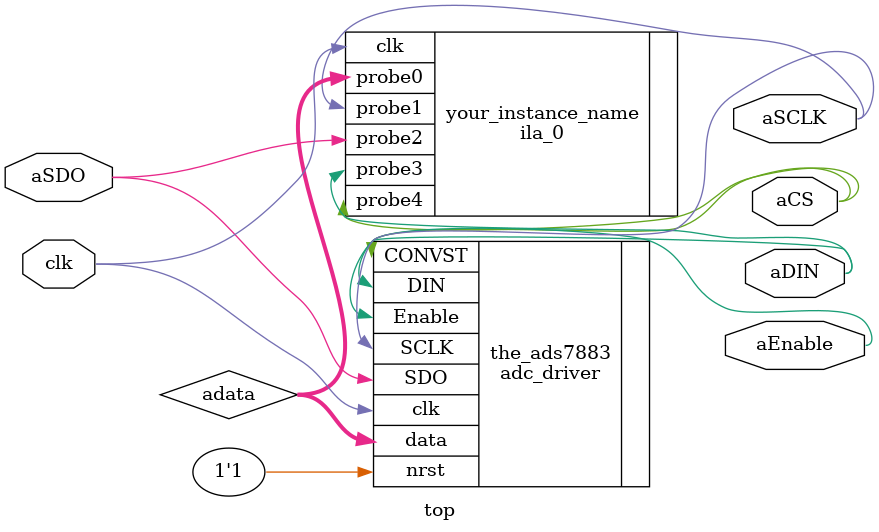
<source format=v>
`timescale 1ns / 1ps

module top(
	input clk,
	output aCS, aSCLK, aDIN,
	input aSDO,
	output aEnable
);

wire [15:0] adata;

 adc_driver the_ads7883(
	.clk(clk), .nrst(1'b1),//low active
	.CONVST(aCS), .SCLK(aSCLK),
	.SDO(aSDO),
	.data(adata),
	.DIN(aDIN),
	.Enable(aEnable)
);
ila_0 your_instance_name (
	.clk(clk), // input wire clk


	.probe0(adata), // input wire [15:0]  probe0  
	.probe1(aSCLK), // input wire [0:0]  probe1
	.probe2(aSDO), // input wire [0:0]  probe2 
	.probe3(aDIN), // input wire [0:0]  probe3 
	.probe4(aCS) // input wire [0:0]  probe4
);

endmodule 
</source>
